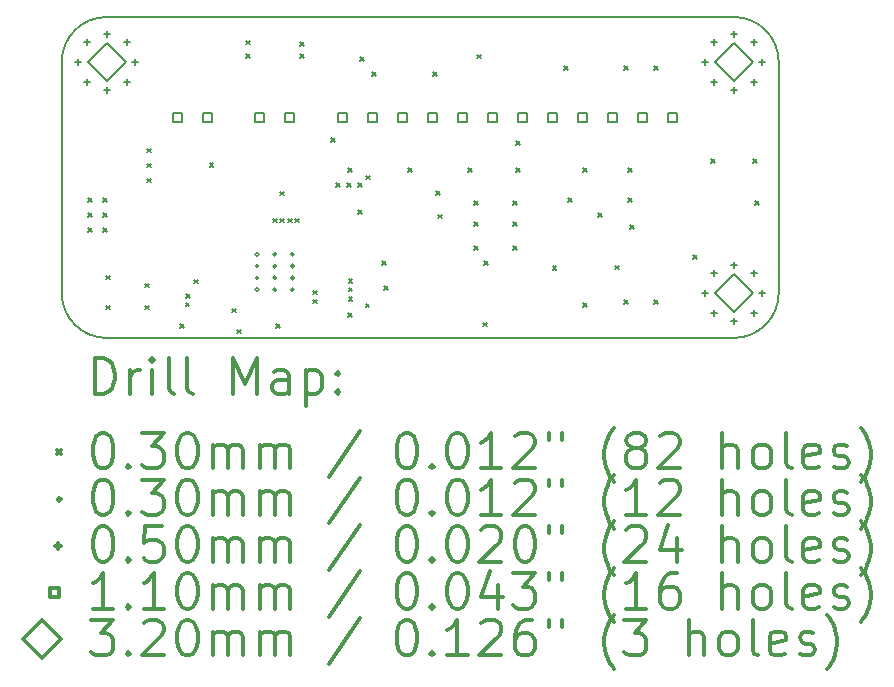
<source format=gbr>
%FSLAX45Y45*%
G04 Gerber Fmt 4.5, Leading zero omitted, Abs format (unit mm)*
G04 Created by KiCad (PCBNEW 5.0.2+dfsg1-1) date Mon 07 Jun 2021 04:18:37 PM EDT*
%MOMM*%
%LPD*%
G01*
G04 APERTURE LIST*
%ADD10C,0.150000*%
%ADD11C,0.200000*%
%ADD12C,0.300000*%
G04 APERTURE END LIST*
D10*
X11633200Y-6705600D02*
G75*
G02X12014200Y-6324600I381000J0D01*
G01*
X12014200Y-9042400D02*
G75*
G02X11633200Y-8661400I0J381000D01*
G01*
X11633200Y-8661400D02*
X11633200Y-6705600D01*
X17322800Y-9042400D02*
X12014200Y-9042400D01*
X17322800Y-6324600D02*
X12014200Y-6324600D01*
X17703800Y-8661400D02*
X17703800Y-6705600D01*
X17703800Y-8661400D02*
G75*
G02X17322800Y-9042400I-381000J0D01*
G01*
X17322800Y-6324600D02*
G75*
G02X17703800Y-6705600I0J-381000D01*
G01*
D11*
X11859514Y-7859014D02*
X11889486Y-7888986D01*
X11889486Y-7859014D02*
X11859514Y-7888986D01*
X11859514Y-7986014D02*
X11889486Y-8015986D01*
X11889486Y-7986014D02*
X11859514Y-8015986D01*
X11859514Y-8113014D02*
X11889486Y-8142986D01*
X11889486Y-8113014D02*
X11859514Y-8142986D01*
X11986514Y-7859014D02*
X12016486Y-7888986D01*
X12016486Y-7859014D02*
X11986514Y-7888986D01*
X11986514Y-7986014D02*
X12016486Y-8015986D01*
X12016486Y-7986014D02*
X11986514Y-8015986D01*
X11986514Y-8113014D02*
X12016486Y-8142986D01*
X12016486Y-8113014D02*
X11986514Y-8142986D01*
X12011914Y-8514614D02*
X12041886Y-8544586D01*
X12041886Y-8514614D02*
X12011914Y-8544586D01*
X12011914Y-8768614D02*
X12041886Y-8798586D01*
X12041886Y-8768614D02*
X12011914Y-8798586D01*
X12342114Y-8582914D02*
X12372086Y-8612886D01*
X12372086Y-8582914D02*
X12342114Y-8612886D01*
X12342114Y-8768614D02*
X12372086Y-8798586D01*
X12372086Y-8768614D02*
X12342114Y-8798586D01*
X12354814Y-7439914D02*
X12384786Y-7469886D01*
X12384786Y-7439914D02*
X12354814Y-7469886D01*
X12354814Y-7566914D02*
X12384786Y-7596886D01*
X12384786Y-7566914D02*
X12354814Y-7596886D01*
X12354814Y-7693914D02*
X12384786Y-7723886D01*
X12384786Y-7693914D02*
X12354814Y-7723886D01*
X12634214Y-8925814D02*
X12664186Y-8955786D01*
X12664186Y-8925814D02*
X12634214Y-8955786D01*
X12684736Y-8743562D02*
X12714708Y-8773534D01*
X12714708Y-8743562D02*
X12684736Y-8773534D01*
X12685014Y-8671814D02*
X12714986Y-8701786D01*
X12714986Y-8671814D02*
X12685014Y-8701786D01*
X12755509Y-8550519D02*
X12785481Y-8580491D01*
X12785481Y-8550519D02*
X12755509Y-8580491D01*
X12887609Y-7564177D02*
X12917581Y-7594149D01*
X12917581Y-7564177D02*
X12887609Y-7594149D01*
X13078714Y-8794014D02*
X13108686Y-8823986D01*
X13108686Y-8794014D02*
X13078714Y-8823986D01*
X13118690Y-8974194D02*
X13148662Y-9004166D01*
X13148662Y-8974194D02*
X13118690Y-9004166D01*
X13193014Y-6525514D02*
X13222986Y-6555486D01*
X13222986Y-6525514D02*
X13193014Y-6555486D01*
X13193014Y-6639814D02*
X13222986Y-6669786D01*
X13222986Y-6639814D02*
X13193014Y-6669786D01*
X13421614Y-8032014D02*
X13451586Y-8061986D01*
X13451586Y-8032014D02*
X13421614Y-8061986D01*
X13447014Y-8924824D02*
X13476986Y-8954796D01*
X13476986Y-8924824D02*
X13447014Y-8954796D01*
X13485114Y-7803414D02*
X13515086Y-7833386D01*
X13515086Y-7803414D02*
X13485114Y-7833386D01*
X13485114Y-8032014D02*
X13515086Y-8061986D01*
X13515086Y-8032014D02*
X13485114Y-8061986D01*
X13548614Y-8032014D02*
X13578586Y-8061986D01*
X13578586Y-8032014D02*
X13548614Y-8061986D01*
X13612114Y-8032014D02*
X13642086Y-8061986D01*
X13642086Y-8032014D02*
X13612114Y-8061986D01*
X13650214Y-6538214D02*
X13680186Y-6568186D01*
X13680186Y-6538214D02*
X13650214Y-6568186D01*
X13650214Y-6639814D02*
X13680186Y-6669786D01*
X13680186Y-6639814D02*
X13650214Y-6669786D01*
X13764514Y-8641614D02*
X13794486Y-8671586D01*
X13794486Y-8641614D02*
X13764514Y-8671586D01*
X13764514Y-8717814D02*
X13794486Y-8747786D01*
X13794486Y-8717814D02*
X13764514Y-8747786D01*
X13916914Y-7351014D02*
X13946886Y-7380986D01*
X13946886Y-7351014D02*
X13916914Y-7380986D01*
X13955014Y-7732014D02*
X13984986Y-7761986D01*
X13984986Y-7732014D02*
X13955014Y-7761986D01*
X14050264Y-7732014D02*
X14080236Y-7761986D01*
X14080236Y-7732014D02*
X14050264Y-7761986D01*
X14056614Y-7605014D02*
X14086586Y-7634986D01*
X14086586Y-7605014D02*
X14056614Y-7634986D01*
X14056614Y-8832114D02*
X14086586Y-8862086D01*
X14086586Y-8832114D02*
X14056614Y-8862086D01*
X14062500Y-8616193D02*
X14092472Y-8646165D01*
X14092472Y-8616193D02*
X14062500Y-8646165D01*
X14064234Y-8545094D02*
X14094206Y-8575066D01*
X14094206Y-8545094D02*
X14064234Y-8575066D01*
X14064234Y-8697494D02*
X14094206Y-8727466D01*
X14094206Y-8697494D02*
X14064234Y-8727466D01*
X14145514Y-7732014D02*
X14175486Y-7761986D01*
X14175486Y-7732014D02*
X14145514Y-7761986D01*
X14145514Y-7960614D02*
X14175486Y-7990586D01*
X14175486Y-7960614D02*
X14145514Y-7990586D01*
X14158214Y-6665214D02*
X14188186Y-6695186D01*
X14188186Y-6665214D02*
X14158214Y-6695186D01*
X14206194Y-8750834D02*
X14236166Y-8780806D01*
X14236166Y-8750834D02*
X14206194Y-8780806D01*
X14209014Y-7668514D02*
X14238986Y-7698486D01*
X14238986Y-7668514D02*
X14209014Y-7698486D01*
X14259814Y-6792214D02*
X14289786Y-6822186D01*
X14289786Y-6792214D02*
X14259814Y-6822186D01*
X14348714Y-8392414D02*
X14378686Y-8422386D01*
X14378686Y-8392414D02*
X14348714Y-8422386D01*
X14361414Y-8605774D02*
X14391386Y-8635746D01*
X14391386Y-8605774D02*
X14361414Y-8635746D01*
X14564614Y-7605014D02*
X14594586Y-7634986D01*
X14594586Y-7605014D02*
X14564614Y-7634986D01*
X14780514Y-6792214D02*
X14810486Y-6822186D01*
X14810486Y-6792214D02*
X14780514Y-6822186D01*
X14805914Y-7801864D02*
X14835886Y-7831836D01*
X14835886Y-7801864D02*
X14805914Y-7831836D01*
X14818614Y-7998714D02*
X14848586Y-8028686D01*
X14848586Y-7998714D02*
X14818614Y-8028686D01*
X15072614Y-7605014D02*
X15102586Y-7634986D01*
X15102586Y-7605014D02*
X15072614Y-7634986D01*
X15123414Y-7884414D02*
X15153386Y-7914386D01*
X15153386Y-7884414D02*
X15123414Y-7914386D01*
X15123414Y-8062214D02*
X15153386Y-8092186D01*
X15153386Y-8062214D02*
X15123414Y-8092186D01*
X15123414Y-8265414D02*
X15153386Y-8295386D01*
X15153386Y-8265414D02*
X15123414Y-8295386D01*
X15148814Y-6646164D02*
X15178786Y-6676136D01*
X15178786Y-6646164D02*
X15148814Y-6676136D01*
X15199614Y-8913114D02*
X15229586Y-8943086D01*
X15229586Y-8913114D02*
X15199614Y-8943086D01*
X15212314Y-8392414D02*
X15242286Y-8422386D01*
X15242286Y-8392414D02*
X15212314Y-8422386D01*
X15453614Y-7884414D02*
X15483586Y-7914386D01*
X15483586Y-7884414D02*
X15453614Y-7914386D01*
X15453614Y-8062214D02*
X15483586Y-8092186D01*
X15483586Y-8062214D02*
X15453614Y-8092186D01*
X15453614Y-8265414D02*
X15483586Y-8295386D01*
X15483586Y-8265414D02*
X15453614Y-8295386D01*
X15479014Y-7376414D02*
X15508986Y-7406386D01*
X15508986Y-7376414D02*
X15479014Y-7406386D01*
X15479014Y-7605014D02*
X15508986Y-7634986D01*
X15508986Y-7605014D02*
X15479014Y-7634986D01*
X15788894Y-8433054D02*
X15818866Y-8463026D01*
X15818866Y-8433054D02*
X15788894Y-8463026D01*
X15885414Y-6741414D02*
X15915386Y-6771386D01*
X15915386Y-6741414D02*
X15885414Y-6771386D01*
X15923514Y-7859014D02*
X15953486Y-7888986D01*
X15953486Y-7859014D02*
X15923514Y-7888986D01*
X16050514Y-7605014D02*
X16080486Y-7634986D01*
X16080486Y-7605014D02*
X16050514Y-7634986D01*
X16050514Y-8748014D02*
X16080486Y-8777986D01*
X16080486Y-8748014D02*
X16050514Y-8777986D01*
X16177514Y-7986014D02*
X16207486Y-8015986D01*
X16207486Y-7986014D02*
X16177514Y-8015986D01*
X16317214Y-8430514D02*
X16347186Y-8460486D01*
X16347186Y-8430514D02*
X16317214Y-8460486D01*
X16393414Y-6741414D02*
X16423386Y-6771386D01*
X16423386Y-6741414D02*
X16393414Y-6771386D01*
X16393414Y-8722614D02*
X16423386Y-8752586D01*
X16423386Y-8722614D02*
X16393414Y-8752586D01*
X16431514Y-7605014D02*
X16461486Y-7634986D01*
X16461486Y-7605014D02*
X16431514Y-7634986D01*
X16431514Y-7859014D02*
X16461486Y-7888986D01*
X16461486Y-7859014D02*
X16431514Y-7888986D01*
X16444214Y-8087614D02*
X16474186Y-8117586D01*
X16474186Y-8087614D02*
X16444214Y-8117586D01*
X16647414Y-6741414D02*
X16677386Y-6771386D01*
X16677386Y-6741414D02*
X16647414Y-6771386D01*
X16647414Y-8722614D02*
X16677386Y-8752586D01*
X16677386Y-8722614D02*
X16647414Y-8752586D01*
X16977614Y-8341614D02*
X17007586Y-8371586D01*
X17007586Y-8341614D02*
X16977614Y-8371586D01*
X17130014Y-7528814D02*
X17159986Y-7558786D01*
X17159986Y-7528814D02*
X17130014Y-7558786D01*
X17485614Y-7528814D02*
X17515586Y-7558786D01*
X17515586Y-7528814D02*
X17485614Y-7558786D01*
X17506234Y-7884414D02*
X17536206Y-7914386D01*
X17536206Y-7884414D02*
X17506234Y-7914386D01*
X13301600Y-8333600D02*
G75*
G03X13301600Y-8333600I-15000J0D01*
G01*
X13301600Y-8433600D02*
G75*
G03X13301600Y-8433600I-15000J0D01*
G01*
X13301600Y-8533600D02*
G75*
G03X13301600Y-8533600I-15000J0D01*
G01*
X13301600Y-8633600D02*
G75*
G03X13301600Y-8633600I-15000J0D01*
G01*
X13451600Y-8333600D02*
G75*
G03X13451600Y-8333600I-15000J0D01*
G01*
X13451600Y-8433600D02*
G75*
G03X13451600Y-8433600I-15000J0D01*
G01*
X13451600Y-8533600D02*
G75*
G03X13451600Y-8533600I-15000J0D01*
G01*
X13451600Y-8633600D02*
G75*
G03X13451600Y-8633600I-15000J0D01*
G01*
X13601600Y-8333600D02*
G75*
G03X13601600Y-8333600I-15000J0D01*
G01*
X13601600Y-8433600D02*
G75*
G03X13601600Y-8433600I-15000J0D01*
G01*
X13601600Y-8533600D02*
G75*
G03X13601600Y-8533600I-15000J0D01*
G01*
X13601600Y-8633600D02*
G75*
G03X13601600Y-8633600I-15000J0D01*
G01*
X11774200Y-6680600D02*
X11774200Y-6730600D01*
X11749200Y-6705600D02*
X11799200Y-6705600D01*
X11844494Y-6510894D02*
X11844494Y-6560894D01*
X11819494Y-6535894D02*
X11869494Y-6535894D01*
X11844494Y-6850306D02*
X11844494Y-6900306D01*
X11819494Y-6875306D02*
X11869494Y-6875306D01*
X12014200Y-6440600D02*
X12014200Y-6490600D01*
X11989200Y-6465600D02*
X12039200Y-6465600D01*
X12014200Y-6920600D02*
X12014200Y-6970600D01*
X11989200Y-6945600D02*
X12039200Y-6945600D01*
X12183906Y-6510894D02*
X12183906Y-6560894D01*
X12158906Y-6535894D02*
X12208906Y-6535894D01*
X12183906Y-6850306D02*
X12183906Y-6900306D01*
X12158906Y-6875306D02*
X12208906Y-6875306D01*
X12254200Y-6680600D02*
X12254200Y-6730600D01*
X12229200Y-6705600D02*
X12279200Y-6705600D01*
X17082800Y-6680600D02*
X17082800Y-6730600D01*
X17057800Y-6705600D02*
X17107800Y-6705600D01*
X17153094Y-6510894D02*
X17153094Y-6560894D01*
X17128094Y-6535894D02*
X17178094Y-6535894D01*
X17153094Y-6850306D02*
X17153094Y-6900306D01*
X17128094Y-6875306D02*
X17178094Y-6875306D01*
X17322800Y-6440600D02*
X17322800Y-6490600D01*
X17297800Y-6465600D02*
X17347800Y-6465600D01*
X17322800Y-6920600D02*
X17322800Y-6970600D01*
X17297800Y-6945600D02*
X17347800Y-6945600D01*
X17492506Y-6510894D02*
X17492506Y-6560894D01*
X17467506Y-6535894D02*
X17517506Y-6535894D01*
X17492506Y-6850306D02*
X17492506Y-6900306D01*
X17467506Y-6875306D02*
X17517506Y-6875306D01*
X17562800Y-6680600D02*
X17562800Y-6730600D01*
X17537800Y-6705600D02*
X17587800Y-6705600D01*
X17082800Y-8636400D02*
X17082800Y-8686400D01*
X17057800Y-8661400D02*
X17107800Y-8661400D01*
X17153094Y-8466694D02*
X17153094Y-8516694D01*
X17128094Y-8491694D02*
X17178094Y-8491694D01*
X17153094Y-8806106D02*
X17153094Y-8856106D01*
X17128094Y-8831106D02*
X17178094Y-8831106D01*
X17322800Y-8396400D02*
X17322800Y-8446400D01*
X17297800Y-8421400D02*
X17347800Y-8421400D01*
X17322800Y-8876400D02*
X17322800Y-8926400D01*
X17297800Y-8901400D02*
X17347800Y-8901400D01*
X17492506Y-8466694D02*
X17492506Y-8516694D01*
X17467506Y-8491694D02*
X17517506Y-8491694D01*
X17492506Y-8806106D02*
X17492506Y-8856106D01*
X17467506Y-8831106D02*
X17517506Y-8831106D01*
X17562800Y-8636400D02*
X17562800Y-8686400D01*
X17537800Y-8661400D02*
X17587800Y-8661400D01*
X14046991Y-7214391D02*
X14046991Y-7136609D01*
X13969209Y-7136609D01*
X13969209Y-7214391D01*
X14046991Y-7214391D01*
X14300991Y-7214391D02*
X14300991Y-7136609D01*
X14223209Y-7136609D01*
X14223209Y-7214391D01*
X14300991Y-7214391D01*
X14554991Y-7214391D02*
X14554991Y-7136609D01*
X14477209Y-7136609D01*
X14477209Y-7214391D01*
X14554991Y-7214391D01*
X14808991Y-7214391D02*
X14808991Y-7136609D01*
X14731209Y-7136609D01*
X14731209Y-7214391D01*
X14808991Y-7214391D01*
X15062991Y-7214391D02*
X15062991Y-7136609D01*
X14985209Y-7136609D01*
X14985209Y-7214391D01*
X15062991Y-7214391D01*
X15316991Y-7214391D02*
X15316991Y-7136609D01*
X15239209Y-7136609D01*
X15239209Y-7214391D01*
X15316991Y-7214391D01*
X15570991Y-7214391D02*
X15570991Y-7136609D01*
X15493209Y-7136609D01*
X15493209Y-7214391D01*
X15570991Y-7214391D01*
X15824991Y-7214391D02*
X15824991Y-7136609D01*
X15747209Y-7136609D01*
X15747209Y-7214391D01*
X15824991Y-7214391D01*
X16078991Y-7214391D02*
X16078991Y-7136609D01*
X16001209Y-7136609D01*
X16001209Y-7214391D01*
X16078991Y-7214391D01*
X16332991Y-7214391D02*
X16332991Y-7136609D01*
X16255209Y-7136609D01*
X16255209Y-7214391D01*
X16332991Y-7214391D01*
X16586991Y-7214391D02*
X16586991Y-7136609D01*
X16509209Y-7136609D01*
X16509209Y-7214391D01*
X16586991Y-7214391D01*
X16840991Y-7214391D02*
X16840991Y-7136609D01*
X16763209Y-7136609D01*
X16763209Y-7214391D01*
X16840991Y-7214391D01*
X13348491Y-7214391D02*
X13348491Y-7136609D01*
X13270709Y-7136609D01*
X13270709Y-7214391D01*
X13348491Y-7214391D01*
X13602491Y-7214391D02*
X13602491Y-7136609D01*
X13524709Y-7136609D01*
X13524709Y-7214391D01*
X13602491Y-7214391D01*
X12649991Y-7214391D02*
X12649991Y-7136609D01*
X12572209Y-7136609D01*
X12572209Y-7214391D01*
X12649991Y-7214391D01*
X12903991Y-7214391D02*
X12903991Y-7136609D01*
X12826209Y-7136609D01*
X12826209Y-7214391D01*
X12903991Y-7214391D01*
X12014200Y-6865600D02*
X12174200Y-6705600D01*
X12014200Y-6545600D01*
X11854200Y-6705600D01*
X12014200Y-6865600D01*
X17322800Y-6865600D02*
X17482800Y-6705600D01*
X17322800Y-6545600D01*
X17162800Y-6705600D01*
X17322800Y-6865600D01*
X17322800Y-8821400D02*
X17482800Y-8661400D01*
X17322800Y-8501400D01*
X17162800Y-8661400D01*
X17322800Y-8821400D01*
D12*
X11912128Y-9515614D02*
X11912128Y-9215614D01*
X11983557Y-9215614D01*
X12026414Y-9229900D01*
X12054986Y-9258472D01*
X12069271Y-9287043D01*
X12083557Y-9344186D01*
X12083557Y-9387043D01*
X12069271Y-9444186D01*
X12054986Y-9472757D01*
X12026414Y-9501329D01*
X11983557Y-9515614D01*
X11912128Y-9515614D01*
X12212128Y-9515614D02*
X12212128Y-9315614D01*
X12212128Y-9372757D02*
X12226414Y-9344186D01*
X12240700Y-9329900D01*
X12269271Y-9315614D01*
X12297843Y-9315614D01*
X12397843Y-9515614D02*
X12397843Y-9315614D01*
X12397843Y-9215614D02*
X12383557Y-9229900D01*
X12397843Y-9244186D01*
X12412128Y-9229900D01*
X12397843Y-9215614D01*
X12397843Y-9244186D01*
X12583557Y-9515614D02*
X12554986Y-9501329D01*
X12540700Y-9472757D01*
X12540700Y-9215614D01*
X12740700Y-9515614D02*
X12712128Y-9501329D01*
X12697843Y-9472757D01*
X12697843Y-9215614D01*
X13083557Y-9515614D02*
X13083557Y-9215614D01*
X13183557Y-9429900D01*
X13283557Y-9215614D01*
X13283557Y-9515614D01*
X13554986Y-9515614D02*
X13554986Y-9358472D01*
X13540700Y-9329900D01*
X13512128Y-9315614D01*
X13454986Y-9315614D01*
X13426414Y-9329900D01*
X13554986Y-9501329D02*
X13526414Y-9515614D01*
X13454986Y-9515614D01*
X13426414Y-9501329D01*
X13412128Y-9472757D01*
X13412128Y-9444186D01*
X13426414Y-9415614D01*
X13454986Y-9401329D01*
X13526414Y-9401329D01*
X13554986Y-9387043D01*
X13697843Y-9315614D02*
X13697843Y-9615614D01*
X13697843Y-9329900D02*
X13726414Y-9315614D01*
X13783557Y-9315614D01*
X13812128Y-9329900D01*
X13826414Y-9344186D01*
X13840700Y-9372757D01*
X13840700Y-9458472D01*
X13826414Y-9487043D01*
X13812128Y-9501329D01*
X13783557Y-9515614D01*
X13726414Y-9515614D01*
X13697843Y-9501329D01*
X13969271Y-9487043D02*
X13983557Y-9501329D01*
X13969271Y-9515614D01*
X13954986Y-9501329D01*
X13969271Y-9487043D01*
X13969271Y-9515614D01*
X13969271Y-9329900D02*
X13983557Y-9344186D01*
X13969271Y-9358472D01*
X13954986Y-9344186D01*
X13969271Y-9329900D01*
X13969271Y-9358472D01*
X11595728Y-9994914D02*
X11625700Y-10024886D01*
X11625700Y-9994914D02*
X11595728Y-10024886D01*
X11969271Y-9845614D02*
X11997843Y-9845614D01*
X12026414Y-9859900D01*
X12040700Y-9874186D01*
X12054986Y-9902757D01*
X12069271Y-9959900D01*
X12069271Y-10031329D01*
X12054986Y-10088472D01*
X12040700Y-10117043D01*
X12026414Y-10131329D01*
X11997843Y-10145614D01*
X11969271Y-10145614D01*
X11940700Y-10131329D01*
X11926414Y-10117043D01*
X11912128Y-10088472D01*
X11897843Y-10031329D01*
X11897843Y-9959900D01*
X11912128Y-9902757D01*
X11926414Y-9874186D01*
X11940700Y-9859900D01*
X11969271Y-9845614D01*
X12197843Y-10117043D02*
X12212128Y-10131329D01*
X12197843Y-10145614D01*
X12183557Y-10131329D01*
X12197843Y-10117043D01*
X12197843Y-10145614D01*
X12312128Y-9845614D02*
X12497843Y-9845614D01*
X12397843Y-9959900D01*
X12440700Y-9959900D01*
X12469271Y-9974186D01*
X12483557Y-9988472D01*
X12497843Y-10017043D01*
X12497843Y-10088472D01*
X12483557Y-10117043D01*
X12469271Y-10131329D01*
X12440700Y-10145614D01*
X12354986Y-10145614D01*
X12326414Y-10131329D01*
X12312128Y-10117043D01*
X12683557Y-9845614D02*
X12712128Y-9845614D01*
X12740700Y-9859900D01*
X12754986Y-9874186D01*
X12769271Y-9902757D01*
X12783557Y-9959900D01*
X12783557Y-10031329D01*
X12769271Y-10088472D01*
X12754986Y-10117043D01*
X12740700Y-10131329D01*
X12712128Y-10145614D01*
X12683557Y-10145614D01*
X12654986Y-10131329D01*
X12640700Y-10117043D01*
X12626414Y-10088472D01*
X12612128Y-10031329D01*
X12612128Y-9959900D01*
X12626414Y-9902757D01*
X12640700Y-9874186D01*
X12654986Y-9859900D01*
X12683557Y-9845614D01*
X12912128Y-10145614D02*
X12912128Y-9945614D01*
X12912128Y-9974186D02*
X12926414Y-9959900D01*
X12954986Y-9945614D01*
X12997843Y-9945614D01*
X13026414Y-9959900D01*
X13040700Y-9988472D01*
X13040700Y-10145614D01*
X13040700Y-9988472D02*
X13054986Y-9959900D01*
X13083557Y-9945614D01*
X13126414Y-9945614D01*
X13154986Y-9959900D01*
X13169271Y-9988472D01*
X13169271Y-10145614D01*
X13312128Y-10145614D02*
X13312128Y-9945614D01*
X13312128Y-9974186D02*
X13326414Y-9959900D01*
X13354986Y-9945614D01*
X13397843Y-9945614D01*
X13426414Y-9959900D01*
X13440700Y-9988472D01*
X13440700Y-10145614D01*
X13440700Y-9988472D02*
X13454986Y-9959900D01*
X13483557Y-9945614D01*
X13526414Y-9945614D01*
X13554986Y-9959900D01*
X13569271Y-9988472D01*
X13569271Y-10145614D01*
X14154986Y-9831329D02*
X13897843Y-10217043D01*
X14540700Y-9845614D02*
X14569271Y-9845614D01*
X14597843Y-9859900D01*
X14612128Y-9874186D01*
X14626414Y-9902757D01*
X14640700Y-9959900D01*
X14640700Y-10031329D01*
X14626414Y-10088472D01*
X14612128Y-10117043D01*
X14597843Y-10131329D01*
X14569271Y-10145614D01*
X14540700Y-10145614D01*
X14512128Y-10131329D01*
X14497843Y-10117043D01*
X14483557Y-10088472D01*
X14469271Y-10031329D01*
X14469271Y-9959900D01*
X14483557Y-9902757D01*
X14497843Y-9874186D01*
X14512128Y-9859900D01*
X14540700Y-9845614D01*
X14769271Y-10117043D02*
X14783557Y-10131329D01*
X14769271Y-10145614D01*
X14754986Y-10131329D01*
X14769271Y-10117043D01*
X14769271Y-10145614D01*
X14969271Y-9845614D02*
X14997843Y-9845614D01*
X15026414Y-9859900D01*
X15040700Y-9874186D01*
X15054986Y-9902757D01*
X15069271Y-9959900D01*
X15069271Y-10031329D01*
X15054986Y-10088472D01*
X15040700Y-10117043D01*
X15026414Y-10131329D01*
X14997843Y-10145614D01*
X14969271Y-10145614D01*
X14940700Y-10131329D01*
X14926414Y-10117043D01*
X14912128Y-10088472D01*
X14897843Y-10031329D01*
X14897843Y-9959900D01*
X14912128Y-9902757D01*
X14926414Y-9874186D01*
X14940700Y-9859900D01*
X14969271Y-9845614D01*
X15354986Y-10145614D02*
X15183557Y-10145614D01*
X15269271Y-10145614D02*
X15269271Y-9845614D01*
X15240700Y-9888472D01*
X15212128Y-9917043D01*
X15183557Y-9931329D01*
X15469271Y-9874186D02*
X15483557Y-9859900D01*
X15512128Y-9845614D01*
X15583557Y-9845614D01*
X15612128Y-9859900D01*
X15626414Y-9874186D01*
X15640700Y-9902757D01*
X15640700Y-9931329D01*
X15626414Y-9974186D01*
X15454986Y-10145614D01*
X15640700Y-10145614D01*
X15754986Y-9845614D02*
X15754986Y-9902757D01*
X15869271Y-9845614D02*
X15869271Y-9902757D01*
X16312128Y-10259900D02*
X16297843Y-10245614D01*
X16269271Y-10202757D01*
X16254986Y-10174186D01*
X16240700Y-10131329D01*
X16226414Y-10059900D01*
X16226414Y-10002757D01*
X16240700Y-9931329D01*
X16254986Y-9888472D01*
X16269271Y-9859900D01*
X16297843Y-9817043D01*
X16312128Y-9802757D01*
X16469271Y-9974186D02*
X16440700Y-9959900D01*
X16426414Y-9945614D01*
X16412128Y-9917043D01*
X16412128Y-9902757D01*
X16426414Y-9874186D01*
X16440700Y-9859900D01*
X16469271Y-9845614D01*
X16526414Y-9845614D01*
X16554986Y-9859900D01*
X16569271Y-9874186D01*
X16583557Y-9902757D01*
X16583557Y-9917043D01*
X16569271Y-9945614D01*
X16554986Y-9959900D01*
X16526414Y-9974186D01*
X16469271Y-9974186D01*
X16440700Y-9988472D01*
X16426414Y-10002757D01*
X16412128Y-10031329D01*
X16412128Y-10088472D01*
X16426414Y-10117043D01*
X16440700Y-10131329D01*
X16469271Y-10145614D01*
X16526414Y-10145614D01*
X16554986Y-10131329D01*
X16569271Y-10117043D01*
X16583557Y-10088472D01*
X16583557Y-10031329D01*
X16569271Y-10002757D01*
X16554986Y-9988472D01*
X16526414Y-9974186D01*
X16697843Y-9874186D02*
X16712128Y-9859900D01*
X16740700Y-9845614D01*
X16812128Y-9845614D01*
X16840700Y-9859900D01*
X16854986Y-9874186D01*
X16869271Y-9902757D01*
X16869271Y-9931329D01*
X16854986Y-9974186D01*
X16683557Y-10145614D01*
X16869271Y-10145614D01*
X17226414Y-10145614D02*
X17226414Y-9845614D01*
X17354986Y-10145614D02*
X17354986Y-9988472D01*
X17340700Y-9959900D01*
X17312128Y-9945614D01*
X17269271Y-9945614D01*
X17240700Y-9959900D01*
X17226414Y-9974186D01*
X17540700Y-10145614D02*
X17512128Y-10131329D01*
X17497843Y-10117043D01*
X17483557Y-10088472D01*
X17483557Y-10002757D01*
X17497843Y-9974186D01*
X17512128Y-9959900D01*
X17540700Y-9945614D01*
X17583557Y-9945614D01*
X17612128Y-9959900D01*
X17626414Y-9974186D01*
X17640700Y-10002757D01*
X17640700Y-10088472D01*
X17626414Y-10117043D01*
X17612128Y-10131329D01*
X17583557Y-10145614D01*
X17540700Y-10145614D01*
X17812128Y-10145614D02*
X17783557Y-10131329D01*
X17769271Y-10102757D01*
X17769271Y-9845614D01*
X18040700Y-10131329D02*
X18012128Y-10145614D01*
X17954986Y-10145614D01*
X17926414Y-10131329D01*
X17912128Y-10102757D01*
X17912128Y-9988472D01*
X17926414Y-9959900D01*
X17954986Y-9945614D01*
X18012128Y-9945614D01*
X18040700Y-9959900D01*
X18054986Y-9988472D01*
X18054986Y-10017043D01*
X17912128Y-10045614D01*
X18169271Y-10131329D02*
X18197843Y-10145614D01*
X18254986Y-10145614D01*
X18283557Y-10131329D01*
X18297843Y-10102757D01*
X18297843Y-10088472D01*
X18283557Y-10059900D01*
X18254986Y-10045614D01*
X18212128Y-10045614D01*
X18183557Y-10031329D01*
X18169271Y-10002757D01*
X18169271Y-9988472D01*
X18183557Y-9959900D01*
X18212128Y-9945614D01*
X18254986Y-9945614D01*
X18283557Y-9959900D01*
X18397843Y-10259900D02*
X18412128Y-10245614D01*
X18440700Y-10202757D01*
X18454986Y-10174186D01*
X18469271Y-10131329D01*
X18483557Y-10059900D01*
X18483557Y-10002757D01*
X18469271Y-9931329D01*
X18454986Y-9888472D01*
X18440700Y-9859900D01*
X18412128Y-9817043D01*
X18397843Y-9802757D01*
X11625700Y-10405900D02*
G75*
G03X11625700Y-10405900I-15000J0D01*
G01*
X11969271Y-10241614D02*
X11997843Y-10241614D01*
X12026414Y-10255900D01*
X12040700Y-10270186D01*
X12054986Y-10298757D01*
X12069271Y-10355900D01*
X12069271Y-10427329D01*
X12054986Y-10484472D01*
X12040700Y-10513043D01*
X12026414Y-10527329D01*
X11997843Y-10541614D01*
X11969271Y-10541614D01*
X11940700Y-10527329D01*
X11926414Y-10513043D01*
X11912128Y-10484472D01*
X11897843Y-10427329D01*
X11897843Y-10355900D01*
X11912128Y-10298757D01*
X11926414Y-10270186D01*
X11940700Y-10255900D01*
X11969271Y-10241614D01*
X12197843Y-10513043D02*
X12212128Y-10527329D01*
X12197843Y-10541614D01*
X12183557Y-10527329D01*
X12197843Y-10513043D01*
X12197843Y-10541614D01*
X12312128Y-10241614D02*
X12497843Y-10241614D01*
X12397843Y-10355900D01*
X12440700Y-10355900D01*
X12469271Y-10370186D01*
X12483557Y-10384472D01*
X12497843Y-10413043D01*
X12497843Y-10484472D01*
X12483557Y-10513043D01*
X12469271Y-10527329D01*
X12440700Y-10541614D01*
X12354986Y-10541614D01*
X12326414Y-10527329D01*
X12312128Y-10513043D01*
X12683557Y-10241614D02*
X12712128Y-10241614D01*
X12740700Y-10255900D01*
X12754986Y-10270186D01*
X12769271Y-10298757D01*
X12783557Y-10355900D01*
X12783557Y-10427329D01*
X12769271Y-10484472D01*
X12754986Y-10513043D01*
X12740700Y-10527329D01*
X12712128Y-10541614D01*
X12683557Y-10541614D01*
X12654986Y-10527329D01*
X12640700Y-10513043D01*
X12626414Y-10484472D01*
X12612128Y-10427329D01*
X12612128Y-10355900D01*
X12626414Y-10298757D01*
X12640700Y-10270186D01*
X12654986Y-10255900D01*
X12683557Y-10241614D01*
X12912128Y-10541614D02*
X12912128Y-10341614D01*
X12912128Y-10370186D02*
X12926414Y-10355900D01*
X12954986Y-10341614D01*
X12997843Y-10341614D01*
X13026414Y-10355900D01*
X13040700Y-10384472D01*
X13040700Y-10541614D01*
X13040700Y-10384472D02*
X13054986Y-10355900D01*
X13083557Y-10341614D01*
X13126414Y-10341614D01*
X13154986Y-10355900D01*
X13169271Y-10384472D01*
X13169271Y-10541614D01*
X13312128Y-10541614D02*
X13312128Y-10341614D01*
X13312128Y-10370186D02*
X13326414Y-10355900D01*
X13354986Y-10341614D01*
X13397843Y-10341614D01*
X13426414Y-10355900D01*
X13440700Y-10384472D01*
X13440700Y-10541614D01*
X13440700Y-10384472D02*
X13454986Y-10355900D01*
X13483557Y-10341614D01*
X13526414Y-10341614D01*
X13554986Y-10355900D01*
X13569271Y-10384472D01*
X13569271Y-10541614D01*
X14154986Y-10227329D02*
X13897843Y-10613043D01*
X14540700Y-10241614D02*
X14569271Y-10241614D01*
X14597843Y-10255900D01*
X14612128Y-10270186D01*
X14626414Y-10298757D01*
X14640700Y-10355900D01*
X14640700Y-10427329D01*
X14626414Y-10484472D01*
X14612128Y-10513043D01*
X14597843Y-10527329D01*
X14569271Y-10541614D01*
X14540700Y-10541614D01*
X14512128Y-10527329D01*
X14497843Y-10513043D01*
X14483557Y-10484472D01*
X14469271Y-10427329D01*
X14469271Y-10355900D01*
X14483557Y-10298757D01*
X14497843Y-10270186D01*
X14512128Y-10255900D01*
X14540700Y-10241614D01*
X14769271Y-10513043D02*
X14783557Y-10527329D01*
X14769271Y-10541614D01*
X14754986Y-10527329D01*
X14769271Y-10513043D01*
X14769271Y-10541614D01*
X14969271Y-10241614D02*
X14997843Y-10241614D01*
X15026414Y-10255900D01*
X15040700Y-10270186D01*
X15054986Y-10298757D01*
X15069271Y-10355900D01*
X15069271Y-10427329D01*
X15054986Y-10484472D01*
X15040700Y-10513043D01*
X15026414Y-10527329D01*
X14997843Y-10541614D01*
X14969271Y-10541614D01*
X14940700Y-10527329D01*
X14926414Y-10513043D01*
X14912128Y-10484472D01*
X14897843Y-10427329D01*
X14897843Y-10355900D01*
X14912128Y-10298757D01*
X14926414Y-10270186D01*
X14940700Y-10255900D01*
X14969271Y-10241614D01*
X15354986Y-10541614D02*
X15183557Y-10541614D01*
X15269271Y-10541614D02*
X15269271Y-10241614D01*
X15240700Y-10284472D01*
X15212128Y-10313043D01*
X15183557Y-10327329D01*
X15469271Y-10270186D02*
X15483557Y-10255900D01*
X15512128Y-10241614D01*
X15583557Y-10241614D01*
X15612128Y-10255900D01*
X15626414Y-10270186D01*
X15640700Y-10298757D01*
X15640700Y-10327329D01*
X15626414Y-10370186D01*
X15454986Y-10541614D01*
X15640700Y-10541614D01*
X15754986Y-10241614D02*
X15754986Y-10298757D01*
X15869271Y-10241614D02*
X15869271Y-10298757D01*
X16312128Y-10655900D02*
X16297843Y-10641614D01*
X16269271Y-10598757D01*
X16254986Y-10570186D01*
X16240700Y-10527329D01*
X16226414Y-10455900D01*
X16226414Y-10398757D01*
X16240700Y-10327329D01*
X16254986Y-10284472D01*
X16269271Y-10255900D01*
X16297843Y-10213043D01*
X16312128Y-10198757D01*
X16583557Y-10541614D02*
X16412128Y-10541614D01*
X16497843Y-10541614D02*
X16497843Y-10241614D01*
X16469271Y-10284472D01*
X16440700Y-10313043D01*
X16412128Y-10327329D01*
X16697843Y-10270186D02*
X16712128Y-10255900D01*
X16740700Y-10241614D01*
X16812128Y-10241614D01*
X16840700Y-10255900D01*
X16854986Y-10270186D01*
X16869271Y-10298757D01*
X16869271Y-10327329D01*
X16854986Y-10370186D01*
X16683557Y-10541614D01*
X16869271Y-10541614D01*
X17226414Y-10541614D02*
X17226414Y-10241614D01*
X17354986Y-10541614D02*
X17354986Y-10384472D01*
X17340700Y-10355900D01*
X17312128Y-10341614D01*
X17269271Y-10341614D01*
X17240700Y-10355900D01*
X17226414Y-10370186D01*
X17540700Y-10541614D02*
X17512128Y-10527329D01*
X17497843Y-10513043D01*
X17483557Y-10484472D01*
X17483557Y-10398757D01*
X17497843Y-10370186D01*
X17512128Y-10355900D01*
X17540700Y-10341614D01*
X17583557Y-10341614D01*
X17612128Y-10355900D01*
X17626414Y-10370186D01*
X17640700Y-10398757D01*
X17640700Y-10484472D01*
X17626414Y-10513043D01*
X17612128Y-10527329D01*
X17583557Y-10541614D01*
X17540700Y-10541614D01*
X17812128Y-10541614D02*
X17783557Y-10527329D01*
X17769271Y-10498757D01*
X17769271Y-10241614D01*
X18040700Y-10527329D02*
X18012128Y-10541614D01*
X17954986Y-10541614D01*
X17926414Y-10527329D01*
X17912128Y-10498757D01*
X17912128Y-10384472D01*
X17926414Y-10355900D01*
X17954986Y-10341614D01*
X18012128Y-10341614D01*
X18040700Y-10355900D01*
X18054986Y-10384472D01*
X18054986Y-10413043D01*
X17912128Y-10441614D01*
X18169271Y-10527329D02*
X18197843Y-10541614D01*
X18254986Y-10541614D01*
X18283557Y-10527329D01*
X18297843Y-10498757D01*
X18297843Y-10484472D01*
X18283557Y-10455900D01*
X18254986Y-10441614D01*
X18212128Y-10441614D01*
X18183557Y-10427329D01*
X18169271Y-10398757D01*
X18169271Y-10384472D01*
X18183557Y-10355900D01*
X18212128Y-10341614D01*
X18254986Y-10341614D01*
X18283557Y-10355900D01*
X18397843Y-10655900D02*
X18412128Y-10641614D01*
X18440700Y-10598757D01*
X18454986Y-10570186D01*
X18469271Y-10527329D01*
X18483557Y-10455900D01*
X18483557Y-10398757D01*
X18469271Y-10327329D01*
X18454986Y-10284472D01*
X18440700Y-10255900D01*
X18412128Y-10213043D01*
X18397843Y-10198757D01*
X11600700Y-10776900D02*
X11600700Y-10826900D01*
X11575700Y-10801900D02*
X11625700Y-10801900D01*
X11969271Y-10637614D02*
X11997843Y-10637614D01*
X12026414Y-10651900D01*
X12040700Y-10666186D01*
X12054986Y-10694757D01*
X12069271Y-10751900D01*
X12069271Y-10823329D01*
X12054986Y-10880472D01*
X12040700Y-10909043D01*
X12026414Y-10923329D01*
X11997843Y-10937614D01*
X11969271Y-10937614D01*
X11940700Y-10923329D01*
X11926414Y-10909043D01*
X11912128Y-10880472D01*
X11897843Y-10823329D01*
X11897843Y-10751900D01*
X11912128Y-10694757D01*
X11926414Y-10666186D01*
X11940700Y-10651900D01*
X11969271Y-10637614D01*
X12197843Y-10909043D02*
X12212128Y-10923329D01*
X12197843Y-10937614D01*
X12183557Y-10923329D01*
X12197843Y-10909043D01*
X12197843Y-10937614D01*
X12483557Y-10637614D02*
X12340700Y-10637614D01*
X12326414Y-10780472D01*
X12340700Y-10766186D01*
X12369271Y-10751900D01*
X12440700Y-10751900D01*
X12469271Y-10766186D01*
X12483557Y-10780472D01*
X12497843Y-10809043D01*
X12497843Y-10880472D01*
X12483557Y-10909043D01*
X12469271Y-10923329D01*
X12440700Y-10937614D01*
X12369271Y-10937614D01*
X12340700Y-10923329D01*
X12326414Y-10909043D01*
X12683557Y-10637614D02*
X12712128Y-10637614D01*
X12740700Y-10651900D01*
X12754986Y-10666186D01*
X12769271Y-10694757D01*
X12783557Y-10751900D01*
X12783557Y-10823329D01*
X12769271Y-10880472D01*
X12754986Y-10909043D01*
X12740700Y-10923329D01*
X12712128Y-10937614D01*
X12683557Y-10937614D01*
X12654986Y-10923329D01*
X12640700Y-10909043D01*
X12626414Y-10880472D01*
X12612128Y-10823329D01*
X12612128Y-10751900D01*
X12626414Y-10694757D01*
X12640700Y-10666186D01*
X12654986Y-10651900D01*
X12683557Y-10637614D01*
X12912128Y-10937614D02*
X12912128Y-10737614D01*
X12912128Y-10766186D02*
X12926414Y-10751900D01*
X12954986Y-10737614D01*
X12997843Y-10737614D01*
X13026414Y-10751900D01*
X13040700Y-10780472D01*
X13040700Y-10937614D01*
X13040700Y-10780472D02*
X13054986Y-10751900D01*
X13083557Y-10737614D01*
X13126414Y-10737614D01*
X13154986Y-10751900D01*
X13169271Y-10780472D01*
X13169271Y-10937614D01*
X13312128Y-10937614D02*
X13312128Y-10737614D01*
X13312128Y-10766186D02*
X13326414Y-10751900D01*
X13354986Y-10737614D01*
X13397843Y-10737614D01*
X13426414Y-10751900D01*
X13440700Y-10780472D01*
X13440700Y-10937614D01*
X13440700Y-10780472D02*
X13454986Y-10751900D01*
X13483557Y-10737614D01*
X13526414Y-10737614D01*
X13554986Y-10751900D01*
X13569271Y-10780472D01*
X13569271Y-10937614D01*
X14154986Y-10623329D02*
X13897843Y-11009043D01*
X14540700Y-10637614D02*
X14569271Y-10637614D01*
X14597843Y-10651900D01*
X14612128Y-10666186D01*
X14626414Y-10694757D01*
X14640700Y-10751900D01*
X14640700Y-10823329D01*
X14626414Y-10880472D01*
X14612128Y-10909043D01*
X14597843Y-10923329D01*
X14569271Y-10937614D01*
X14540700Y-10937614D01*
X14512128Y-10923329D01*
X14497843Y-10909043D01*
X14483557Y-10880472D01*
X14469271Y-10823329D01*
X14469271Y-10751900D01*
X14483557Y-10694757D01*
X14497843Y-10666186D01*
X14512128Y-10651900D01*
X14540700Y-10637614D01*
X14769271Y-10909043D02*
X14783557Y-10923329D01*
X14769271Y-10937614D01*
X14754986Y-10923329D01*
X14769271Y-10909043D01*
X14769271Y-10937614D01*
X14969271Y-10637614D02*
X14997843Y-10637614D01*
X15026414Y-10651900D01*
X15040700Y-10666186D01*
X15054986Y-10694757D01*
X15069271Y-10751900D01*
X15069271Y-10823329D01*
X15054986Y-10880472D01*
X15040700Y-10909043D01*
X15026414Y-10923329D01*
X14997843Y-10937614D01*
X14969271Y-10937614D01*
X14940700Y-10923329D01*
X14926414Y-10909043D01*
X14912128Y-10880472D01*
X14897843Y-10823329D01*
X14897843Y-10751900D01*
X14912128Y-10694757D01*
X14926414Y-10666186D01*
X14940700Y-10651900D01*
X14969271Y-10637614D01*
X15183557Y-10666186D02*
X15197843Y-10651900D01*
X15226414Y-10637614D01*
X15297843Y-10637614D01*
X15326414Y-10651900D01*
X15340700Y-10666186D01*
X15354986Y-10694757D01*
X15354986Y-10723329D01*
X15340700Y-10766186D01*
X15169271Y-10937614D01*
X15354986Y-10937614D01*
X15540700Y-10637614D02*
X15569271Y-10637614D01*
X15597843Y-10651900D01*
X15612128Y-10666186D01*
X15626414Y-10694757D01*
X15640700Y-10751900D01*
X15640700Y-10823329D01*
X15626414Y-10880472D01*
X15612128Y-10909043D01*
X15597843Y-10923329D01*
X15569271Y-10937614D01*
X15540700Y-10937614D01*
X15512128Y-10923329D01*
X15497843Y-10909043D01*
X15483557Y-10880472D01*
X15469271Y-10823329D01*
X15469271Y-10751900D01*
X15483557Y-10694757D01*
X15497843Y-10666186D01*
X15512128Y-10651900D01*
X15540700Y-10637614D01*
X15754986Y-10637614D02*
X15754986Y-10694757D01*
X15869271Y-10637614D02*
X15869271Y-10694757D01*
X16312128Y-11051900D02*
X16297843Y-11037614D01*
X16269271Y-10994757D01*
X16254986Y-10966186D01*
X16240700Y-10923329D01*
X16226414Y-10851900D01*
X16226414Y-10794757D01*
X16240700Y-10723329D01*
X16254986Y-10680472D01*
X16269271Y-10651900D01*
X16297843Y-10609043D01*
X16312128Y-10594757D01*
X16412128Y-10666186D02*
X16426414Y-10651900D01*
X16454986Y-10637614D01*
X16526414Y-10637614D01*
X16554986Y-10651900D01*
X16569271Y-10666186D01*
X16583557Y-10694757D01*
X16583557Y-10723329D01*
X16569271Y-10766186D01*
X16397843Y-10937614D01*
X16583557Y-10937614D01*
X16840700Y-10737614D02*
X16840700Y-10937614D01*
X16769271Y-10623329D02*
X16697843Y-10837614D01*
X16883557Y-10837614D01*
X17226414Y-10937614D02*
X17226414Y-10637614D01*
X17354986Y-10937614D02*
X17354986Y-10780472D01*
X17340700Y-10751900D01*
X17312128Y-10737614D01*
X17269271Y-10737614D01*
X17240700Y-10751900D01*
X17226414Y-10766186D01*
X17540700Y-10937614D02*
X17512128Y-10923329D01*
X17497843Y-10909043D01*
X17483557Y-10880472D01*
X17483557Y-10794757D01*
X17497843Y-10766186D01*
X17512128Y-10751900D01*
X17540700Y-10737614D01*
X17583557Y-10737614D01*
X17612128Y-10751900D01*
X17626414Y-10766186D01*
X17640700Y-10794757D01*
X17640700Y-10880472D01*
X17626414Y-10909043D01*
X17612128Y-10923329D01*
X17583557Y-10937614D01*
X17540700Y-10937614D01*
X17812128Y-10937614D02*
X17783557Y-10923329D01*
X17769271Y-10894757D01*
X17769271Y-10637614D01*
X18040700Y-10923329D02*
X18012128Y-10937614D01*
X17954986Y-10937614D01*
X17926414Y-10923329D01*
X17912128Y-10894757D01*
X17912128Y-10780472D01*
X17926414Y-10751900D01*
X17954986Y-10737614D01*
X18012128Y-10737614D01*
X18040700Y-10751900D01*
X18054986Y-10780472D01*
X18054986Y-10809043D01*
X17912128Y-10837614D01*
X18169271Y-10923329D02*
X18197843Y-10937614D01*
X18254986Y-10937614D01*
X18283557Y-10923329D01*
X18297843Y-10894757D01*
X18297843Y-10880472D01*
X18283557Y-10851900D01*
X18254986Y-10837614D01*
X18212128Y-10837614D01*
X18183557Y-10823329D01*
X18169271Y-10794757D01*
X18169271Y-10780472D01*
X18183557Y-10751900D01*
X18212128Y-10737614D01*
X18254986Y-10737614D01*
X18283557Y-10751900D01*
X18397843Y-11051900D02*
X18412128Y-11037614D01*
X18440700Y-10994757D01*
X18454986Y-10966186D01*
X18469271Y-10923329D01*
X18483557Y-10851900D01*
X18483557Y-10794757D01*
X18469271Y-10723329D01*
X18454986Y-10680472D01*
X18440700Y-10651900D01*
X18412128Y-10609043D01*
X18397843Y-10594757D01*
X11609591Y-11236791D02*
X11609591Y-11159009D01*
X11531809Y-11159009D01*
X11531809Y-11236791D01*
X11609591Y-11236791D01*
X12069271Y-11333614D02*
X11897843Y-11333614D01*
X11983557Y-11333614D02*
X11983557Y-11033614D01*
X11954986Y-11076472D01*
X11926414Y-11105043D01*
X11897843Y-11119329D01*
X12197843Y-11305043D02*
X12212128Y-11319329D01*
X12197843Y-11333614D01*
X12183557Y-11319329D01*
X12197843Y-11305043D01*
X12197843Y-11333614D01*
X12497843Y-11333614D02*
X12326414Y-11333614D01*
X12412128Y-11333614D02*
X12412128Y-11033614D01*
X12383557Y-11076472D01*
X12354986Y-11105043D01*
X12326414Y-11119329D01*
X12683557Y-11033614D02*
X12712128Y-11033614D01*
X12740700Y-11047900D01*
X12754986Y-11062186D01*
X12769271Y-11090757D01*
X12783557Y-11147900D01*
X12783557Y-11219329D01*
X12769271Y-11276471D01*
X12754986Y-11305043D01*
X12740700Y-11319329D01*
X12712128Y-11333614D01*
X12683557Y-11333614D01*
X12654986Y-11319329D01*
X12640700Y-11305043D01*
X12626414Y-11276471D01*
X12612128Y-11219329D01*
X12612128Y-11147900D01*
X12626414Y-11090757D01*
X12640700Y-11062186D01*
X12654986Y-11047900D01*
X12683557Y-11033614D01*
X12912128Y-11333614D02*
X12912128Y-11133614D01*
X12912128Y-11162186D02*
X12926414Y-11147900D01*
X12954986Y-11133614D01*
X12997843Y-11133614D01*
X13026414Y-11147900D01*
X13040700Y-11176472D01*
X13040700Y-11333614D01*
X13040700Y-11176472D02*
X13054986Y-11147900D01*
X13083557Y-11133614D01*
X13126414Y-11133614D01*
X13154986Y-11147900D01*
X13169271Y-11176472D01*
X13169271Y-11333614D01*
X13312128Y-11333614D02*
X13312128Y-11133614D01*
X13312128Y-11162186D02*
X13326414Y-11147900D01*
X13354986Y-11133614D01*
X13397843Y-11133614D01*
X13426414Y-11147900D01*
X13440700Y-11176472D01*
X13440700Y-11333614D01*
X13440700Y-11176472D02*
X13454986Y-11147900D01*
X13483557Y-11133614D01*
X13526414Y-11133614D01*
X13554986Y-11147900D01*
X13569271Y-11176472D01*
X13569271Y-11333614D01*
X14154986Y-11019329D02*
X13897843Y-11405043D01*
X14540700Y-11033614D02*
X14569271Y-11033614D01*
X14597843Y-11047900D01*
X14612128Y-11062186D01*
X14626414Y-11090757D01*
X14640700Y-11147900D01*
X14640700Y-11219329D01*
X14626414Y-11276471D01*
X14612128Y-11305043D01*
X14597843Y-11319329D01*
X14569271Y-11333614D01*
X14540700Y-11333614D01*
X14512128Y-11319329D01*
X14497843Y-11305043D01*
X14483557Y-11276471D01*
X14469271Y-11219329D01*
X14469271Y-11147900D01*
X14483557Y-11090757D01*
X14497843Y-11062186D01*
X14512128Y-11047900D01*
X14540700Y-11033614D01*
X14769271Y-11305043D02*
X14783557Y-11319329D01*
X14769271Y-11333614D01*
X14754986Y-11319329D01*
X14769271Y-11305043D01*
X14769271Y-11333614D01*
X14969271Y-11033614D02*
X14997843Y-11033614D01*
X15026414Y-11047900D01*
X15040700Y-11062186D01*
X15054986Y-11090757D01*
X15069271Y-11147900D01*
X15069271Y-11219329D01*
X15054986Y-11276471D01*
X15040700Y-11305043D01*
X15026414Y-11319329D01*
X14997843Y-11333614D01*
X14969271Y-11333614D01*
X14940700Y-11319329D01*
X14926414Y-11305043D01*
X14912128Y-11276471D01*
X14897843Y-11219329D01*
X14897843Y-11147900D01*
X14912128Y-11090757D01*
X14926414Y-11062186D01*
X14940700Y-11047900D01*
X14969271Y-11033614D01*
X15326414Y-11133614D02*
X15326414Y-11333614D01*
X15254986Y-11019329D02*
X15183557Y-11233614D01*
X15369271Y-11233614D01*
X15454986Y-11033614D02*
X15640700Y-11033614D01*
X15540700Y-11147900D01*
X15583557Y-11147900D01*
X15612128Y-11162186D01*
X15626414Y-11176472D01*
X15640700Y-11205043D01*
X15640700Y-11276471D01*
X15626414Y-11305043D01*
X15612128Y-11319329D01*
X15583557Y-11333614D01*
X15497843Y-11333614D01*
X15469271Y-11319329D01*
X15454986Y-11305043D01*
X15754986Y-11033614D02*
X15754986Y-11090757D01*
X15869271Y-11033614D02*
X15869271Y-11090757D01*
X16312128Y-11447900D02*
X16297843Y-11433614D01*
X16269271Y-11390757D01*
X16254986Y-11362186D01*
X16240700Y-11319329D01*
X16226414Y-11247900D01*
X16226414Y-11190757D01*
X16240700Y-11119329D01*
X16254986Y-11076472D01*
X16269271Y-11047900D01*
X16297843Y-11005043D01*
X16312128Y-10990757D01*
X16583557Y-11333614D02*
X16412128Y-11333614D01*
X16497843Y-11333614D02*
X16497843Y-11033614D01*
X16469271Y-11076472D01*
X16440700Y-11105043D01*
X16412128Y-11119329D01*
X16840700Y-11033614D02*
X16783557Y-11033614D01*
X16754986Y-11047900D01*
X16740700Y-11062186D01*
X16712128Y-11105043D01*
X16697843Y-11162186D01*
X16697843Y-11276471D01*
X16712128Y-11305043D01*
X16726414Y-11319329D01*
X16754986Y-11333614D01*
X16812128Y-11333614D01*
X16840700Y-11319329D01*
X16854986Y-11305043D01*
X16869271Y-11276471D01*
X16869271Y-11205043D01*
X16854986Y-11176472D01*
X16840700Y-11162186D01*
X16812128Y-11147900D01*
X16754986Y-11147900D01*
X16726414Y-11162186D01*
X16712128Y-11176472D01*
X16697843Y-11205043D01*
X17226414Y-11333614D02*
X17226414Y-11033614D01*
X17354986Y-11333614D02*
X17354986Y-11176472D01*
X17340700Y-11147900D01*
X17312128Y-11133614D01*
X17269271Y-11133614D01*
X17240700Y-11147900D01*
X17226414Y-11162186D01*
X17540700Y-11333614D02*
X17512128Y-11319329D01*
X17497843Y-11305043D01*
X17483557Y-11276471D01*
X17483557Y-11190757D01*
X17497843Y-11162186D01*
X17512128Y-11147900D01*
X17540700Y-11133614D01*
X17583557Y-11133614D01*
X17612128Y-11147900D01*
X17626414Y-11162186D01*
X17640700Y-11190757D01*
X17640700Y-11276471D01*
X17626414Y-11305043D01*
X17612128Y-11319329D01*
X17583557Y-11333614D01*
X17540700Y-11333614D01*
X17812128Y-11333614D02*
X17783557Y-11319329D01*
X17769271Y-11290757D01*
X17769271Y-11033614D01*
X18040700Y-11319329D02*
X18012128Y-11333614D01*
X17954986Y-11333614D01*
X17926414Y-11319329D01*
X17912128Y-11290757D01*
X17912128Y-11176472D01*
X17926414Y-11147900D01*
X17954986Y-11133614D01*
X18012128Y-11133614D01*
X18040700Y-11147900D01*
X18054986Y-11176472D01*
X18054986Y-11205043D01*
X17912128Y-11233614D01*
X18169271Y-11319329D02*
X18197843Y-11333614D01*
X18254986Y-11333614D01*
X18283557Y-11319329D01*
X18297843Y-11290757D01*
X18297843Y-11276471D01*
X18283557Y-11247900D01*
X18254986Y-11233614D01*
X18212128Y-11233614D01*
X18183557Y-11219329D01*
X18169271Y-11190757D01*
X18169271Y-11176472D01*
X18183557Y-11147900D01*
X18212128Y-11133614D01*
X18254986Y-11133614D01*
X18283557Y-11147900D01*
X18397843Y-11447900D02*
X18412128Y-11433614D01*
X18440700Y-11390757D01*
X18454986Y-11362186D01*
X18469271Y-11319329D01*
X18483557Y-11247900D01*
X18483557Y-11190757D01*
X18469271Y-11119329D01*
X18454986Y-11076472D01*
X18440700Y-11047900D01*
X18412128Y-11005043D01*
X18397843Y-10990757D01*
X11465700Y-11753900D02*
X11625700Y-11593900D01*
X11465700Y-11433900D01*
X11305700Y-11593900D01*
X11465700Y-11753900D01*
X11883557Y-11429614D02*
X12069271Y-11429614D01*
X11969271Y-11543900D01*
X12012128Y-11543900D01*
X12040700Y-11558186D01*
X12054986Y-11572471D01*
X12069271Y-11601043D01*
X12069271Y-11672471D01*
X12054986Y-11701043D01*
X12040700Y-11715329D01*
X12012128Y-11729614D01*
X11926414Y-11729614D01*
X11897843Y-11715329D01*
X11883557Y-11701043D01*
X12197843Y-11701043D02*
X12212128Y-11715329D01*
X12197843Y-11729614D01*
X12183557Y-11715329D01*
X12197843Y-11701043D01*
X12197843Y-11729614D01*
X12326414Y-11458186D02*
X12340700Y-11443900D01*
X12369271Y-11429614D01*
X12440700Y-11429614D01*
X12469271Y-11443900D01*
X12483557Y-11458186D01*
X12497843Y-11486757D01*
X12497843Y-11515329D01*
X12483557Y-11558186D01*
X12312128Y-11729614D01*
X12497843Y-11729614D01*
X12683557Y-11429614D02*
X12712128Y-11429614D01*
X12740700Y-11443900D01*
X12754986Y-11458186D01*
X12769271Y-11486757D01*
X12783557Y-11543900D01*
X12783557Y-11615329D01*
X12769271Y-11672471D01*
X12754986Y-11701043D01*
X12740700Y-11715329D01*
X12712128Y-11729614D01*
X12683557Y-11729614D01*
X12654986Y-11715329D01*
X12640700Y-11701043D01*
X12626414Y-11672471D01*
X12612128Y-11615329D01*
X12612128Y-11543900D01*
X12626414Y-11486757D01*
X12640700Y-11458186D01*
X12654986Y-11443900D01*
X12683557Y-11429614D01*
X12912128Y-11729614D02*
X12912128Y-11529614D01*
X12912128Y-11558186D02*
X12926414Y-11543900D01*
X12954986Y-11529614D01*
X12997843Y-11529614D01*
X13026414Y-11543900D01*
X13040700Y-11572471D01*
X13040700Y-11729614D01*
X13040700Y-11572471D02*
X13054986Y-11543900D01*
X13083557Y-11529614D01*
X13126414Y-11529614D01*
X13154986Y-11543900D01*
X13169271Y-11572471D01*
X13169271Y-11729614D01*
X13312128Y-11729614D02*
X13312128Y-11529614D01*
X13312128Y-11558186D02*
X13326414Y-11543900D01*
X13354986Y-11529614D01*
X13397843Y-11529614D01*
X13426414Y-11543900D01*
X13440700Y-11572471D01*
X13440700Y-11729614D01*
X13440700Y-11572471D02*
X13454986Y-11543900D01*
X13483557Y-11529614D01*
X13526414Y-11529614D01*
X13554986Y-11543900D01*
X13569271Y-11572471D01*
X13569271Y-11729614D01*
X14154986Y-11415329D02*
X13897843Y-11801043D01*
X14540700Y-11429614D02*
X14569271Y-11429614D01*
X14597843Y-11443900D01*
X14612128Y-11458186D01*
X14626414Y-11486757D01*
X14640700Y-11543900D01*
X14640700Y-11615329D01*
X14626414Y-11672471D01*
X14612128Y-11701043D01*
X14597843Y-11715329D01*
X14569271Y-11729614D01*
X14540700Y-11729614D01*
X14512128Y-11715329D01*
X14497843Y-11701043D01*
X14483557Y-11672471D01*
X14469271Y-11615329D01*
X14469271Y-11543900D01*
X14483557Y-11486757D01*
X14497843Y-11458186D01*
X14512128Y-11443900D01*
X14540700Y-11429614D01*
X14769271Y-11701043D02*
X14783557Y-11715329D01*
X14769271Y-11729614D01*
X14754986Y-11715329D01*
X14769271Y-11701043D01*
X14769271Y-11729614D01*
X15069271Y-11729614D02*
X14897843Y-11729614D01*
X14983557Y-11729614D02*
X14983557Y-11429614D01*
X14954986Y-11472471D01*
X14926414Y-11501043D01*
X14897843Y-11515329D01*
X15183557Y-11458186D02*
X15197843Y-11443900D01*
X15226414Y-11429614D01*
X15297843Y-11429614D01*
X15326414Y-11443900D01*
X15340700Y-11458186D01*
X15354986Y-11486757D01*
X15354986Y-11515329D01*
X15340700Y-11558186D01*
X15169271Y-11729614D01*
X15354986Y-11729614D01*
X15612128Y-11429614D02*
X15554986Y-11429614D01*
X15526414Y-11443900D01*
X15512128Y-11458186D01*
X15483557Y-11501043D01*
X15469271Y-11558186D01*
X15469271Y-11672471D01*
X15483557Y-11701043D01*
X15497843Y-11715329D01*
X15526414Y-11729614D01*
X15583557Y-11729614D01*
X15612128Y-11715329D01*
X15626414Y-11701043D01*
X15640700Y-11672471D01*
X15640700Y-11601043D01*
X15626414Y-11572471D01*
X15612128Y-11558186D01*
X15583557Y-11543900D01*
X15526414Y-11543900D01*
X15497843Y-11558186D01*
X15483557Y-11572471D01*
X15469271Y-11601043D01*
X15754986Y-11429614D02*
X15754986Y-11486757D01*
X15869271Y-11429614D02*
X15869271Y-11486757D01*
X16312128Y-11843900D02*
X16297843Y-11829614D01*
X16269271Y-11786757D01*
X16254986Y-11758186D01*
X16240700Y-11715329D01*
X16226414Y-11643900D01*
X16226414Y-11586757D01*
X16240700Y-11515329D01*
X16254986Y-11472471D01*
X16269271Y-11443900D01*
X16297843Y-11401043D01*
X16312128Y-11386757D01*
X16397843Y-11429614D02*
X16583557Y-11429614D01*
X16483557Y-11543900D01*
X16526414Y-11543900D01*
X16554986Y-11558186D01*
X16569271Y-11572471D01*
X16583557Y-11601043D01*
X16583557Y-11672471D01*
X16569271Y-11701043D01*
X16554986Y-11715329D01*
X16526414Y-11729614D01*
X16440700Y-11729614D01*
X16412128Y-11715329D01*
X16397843Y-11701043D01*
X16940700Y-11729614D02*
X16940700Y-11429614D01*
X17069271Y-11729614D02*
X17069271Y-11572471D01*
X17054986Y-11543900D01*
X17026414Y-11529614D01*
X16983557Y-11529614D01*
X16954986Y-11543900D01*
X16940700Y-11558186D01*
X17254986Y-11729614D02*
X17226414Y-11715329D01*
X17212128Y-11701043D01*
X17197843Y-11672471D01*
X17197843Y-11586757D01*
X17212128Y-11558186D01*
X17226414Y-11543900D01*
X17254986Y-11529614D01*
X17297843Y-11529614D01*
X17326414Y-11543900D01*
X17340700Y-11558186D01*
X17354986Y-11586757D01*
X17354986Y-11672471D01*
X17340700Y-11701043D01*
X17326414Y-11715329D01*
X17297843Y-11729614D01*
X17254986Y-11729614D01*
X17526414Y-11729614D02*
X17497843Y-11715329D01*
X17483557Y-11686757D01*
X17483557Y-11429614D01*
X17754986Y-11715329D02*
X17726414Y-11729614D01*
X17669271Y-11729614D01*
X17640700Y-11715329D01*
X17626414Y-11686757D01*
X17626414Y-11572471D01*
X17640700Y-11543900D01*
X17669271Y-11529614D01*
X17726414Y-11529614D01*
X17754986Y-11543900D01*
X17769271Y-11572471D01*
X17769271Y-11601043D01*
X17626414Y-11629614D01*
X17883557Y-11715329D02*
X17912128Y-11729614D01*
X17969271Y-11729614D01*
X17997843Y-11715329D01*
X18012128Y-11686757D01*
X18012128Y-11672471D01*
X17997843Y-11643900D01*
X17969271Y-11629614D01*
X17926414Y-11629614D01*
X17897843Y-11615329D01*
X17883557Y-11586757D01*
X17883557Y-11572471D01*
X17897843Y-11543900D01*
X17926414Y-11529614D01*
X17969271Y-11529614D01*
X17997843Y-11543900D01*
X18112128Y-11843900D02*
X18126414Y-11829614D01*
X18154986Y-11786757D01*
X18169271Y-11758186D01*
X18183557Y-11715329D01*
X18197843Y-11643900D01*
X18197843Y-11586757D01*
X18183557Y-11515329D01*
X18169271Y-11472471D01*
X18154986Y-11443900D01*
X18126414Y-11401043D01*
X18112128Y-11386757D01*
M02*

</source>
